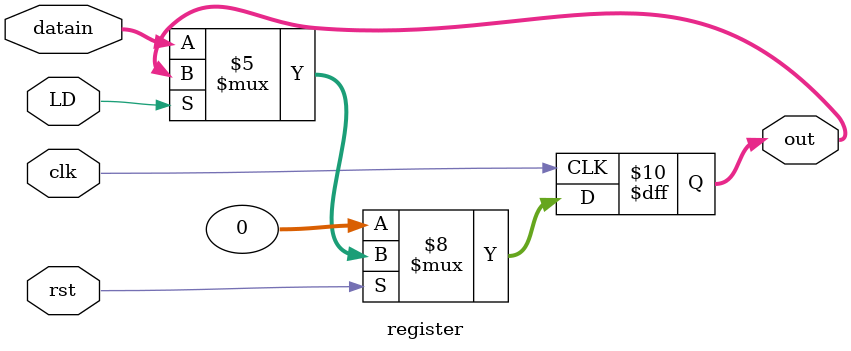
<source format=sv>
module register #(
    parameter WIDTH = 32) 
(
    input clk,
    input rst,
    input LD,
    input [WIDTH - 1:0] datain,
    output reg [WIDTH - 1:0] out
);

always @(negedge clk) begin

    if (!rst) begin
        out <= {WIDTH{1'b0}};
    end
    else if (!LD) begin
        out <= datain;
    end
    else
        out <= out;
end

endmodule
</source>
